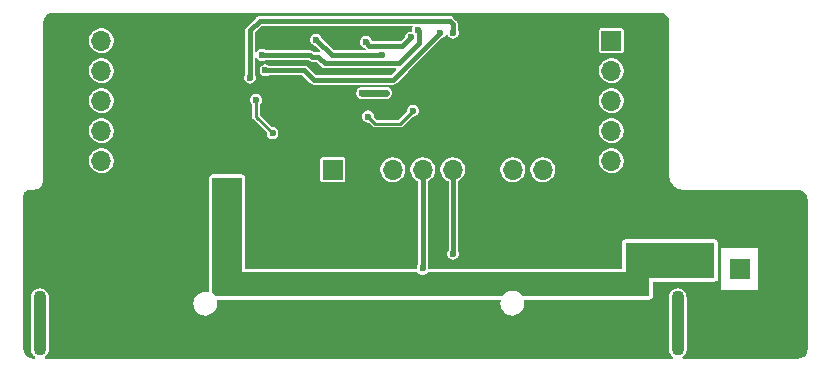
<source format=gbr>
%TF.GenerationSoftware,KiCad,Pcbnew,5.99.0-unknown-4354fa7bd~104~ubuntu20.04.1*%
%TF.CreationDate,2020-09-06T22:51:51+02:00*%
%TF.ProjectId,matrixctl,6d617472-6978-4637-946c-2e6b69636164,rev?*%
%TF.SameCoordinates,Original*%
%TF.FileFunction,Copper,L2,Bot*%
%TF.FilePolarity,Positive*%
%FSLAX46Y46*%
G04 Gerber Fmt 4.6, Leading zero omitted, Abs format (unit mm)*
G04 Created by KiCad (PCBNEW 5.99.0-unknown-4354fa7bd~104~ubuntu20.04.1) date 2020-09-06 22:51:51*
%MOMM*%
%LPD*%
G01*
G04 APERTURE LIST*
%TA.AperFunction,ComponentPad*%
%ADD10R,1.700000X1.700000*%
%TD*%
%TA.AperFunction,ComponentPad*%
%ADD11O,1.700000X1.700000*%
%TD*%
%TA.AperFunction,ComponentPad*%
%ADD12O,1.100000X5.500000*%
%TD*%
%TA.AperFunction,ComponentPad*%
%ADD13C,1.450000*%
%TD*%
%TA.AperFunction,ComponentPad*%
%ADD14O,1.200000X1.900000*%
%TD*%
%TA.AperFunction,ComponentPad*%
%ADD15C,0.600000*%
%TD*%
%TA.AperFunction,ViaPad*%
%ADD16C,0.600000*%
%TD*%
%TA.AperFunction,Conductor*%
%ADD17C,0.400000*%
%TD*%
%TA.AperFunction,Conductor*%
%ADD18C,0.250000*%
%TD*%
%TA.AperFunction,Conductor*%
%ADD19C,0.600000*%
%TD*%
G04 APERTURE END LIST*
D10*
%TO.P,J103,1,Pin_1*%
%TO.N,Net-(FB102-Pad2)*%
X121200000Y-117800000D03*
D11*
%TO.P,J103,2,Pin_2*%
%TO.N,GND*%
X123740000Y-117800000D03*
%TO.P,J103,3,Pin_3*%
%TO.N,/VIO*%
X126280000Y-117800000D03*
%TO.P,J103,4,Pin_4*%
%TO.N,/SDA*%
X128820000Y-117800000D03*
%TO.P,J103,5,Pin_5*%
%TO.N,/SCL*%
X131360000Y-117800000D03*
%TO.P,J103,6,Pin_6*%
%TO.N,GND*%
X133900000Y-117800000D03*
%TO.P,J103,7,Pin_7*%
%TO.N,/~INTB*%
X136440000Y-117800000D03*
%TO.P,J103,8,Pin_8*%
%TO.N,/~SDB*%
X138980000Y-117800000D03*
%TD*%
D10*
%TO.P,J1,1,Pin_1*%
%TO.N,Net-(F1-Pad2)*%
X155700000Y-126200000D03*
D11*
%TO.P,J1,2,Pin_2*%
%TO.N,GND*%
X158240000Y-126200000D03*
%TD*%
D12*
%TO.P,U2,41*%
%TO.N,N/C*%
X150400000Y-130810000D03*
%TO.P,U2,42*%
X96400000Y-130810000D03*
%TD*%
D13*
%TO.P,J104,6,Shield*%
%TO.N,GND*%
X154500000Y-129737500D03*
X159500000Y-129737500D03*
D14*
X153500000Y-132437500D03*
X160500000Y-132437500D03*
%TD*%
D15*
%TO.P,U101,29,PGND*%
%TO.N,GND*%
X131300000Y-110600000D03*
%TA.AperFunction,SMDPad,CuDef*%
G36*
G01*
X131550000Y-108600000D02*
X131550000Y-110600000D01*
G75*
G02*
X131300000Y-110850000I-250000J0D01*
G01*
X129300000Y-110850000D01*
G75*
G02*
X129050000Y-110600000I0J250000D01*
G01*
X129050000Y-108600000D01*
G75*
G02*
X129300000Y-108350000I250000J0D01*
G01*
X131300000Y-108350000D01*
G75*
G02*
X131550000Y-108600000I0J-250000D01*
G01*
G37*
%TD.AperFunction*%
X130300000Y-108600000D03*
X131300000Y-108600000D03*
X129300000Y-108600000D03*
X129300000Y-110600000D03*
X130300000Y-110600000D03*
X131300000Y-109600000D03*
X130300000Y-109600000D03*
X129300000Y-109600000D03*
%TD*%
D10*
%TO.P,J101,1,Pin_1*%
%TO.N,GND*%
X99060000Y-106875000D03*
D11*
%TO.P,J101,2,Pin_2*%
%TO.N,/CS5*%
X101600000Y-106875000D03*
%TO.P,J101,3,Pin_3*%
%TO.N,GND*%
X99060000Y-109415000D03*
%TO.P,J101,4,Pin_4*%
%TO.N,/CS4*%
X101600000Y-109415000D03*
%TO.P,J101,5,Pin_5*%
%TO.N,GND*%
X99060000Y-111955000D03*
%TO.P,J101,6,Pin_6*%
%TO.N,/CS3*%
X101600000Y-111955000D03*
%TO.P,J101,7,Pin_7*%
%TO.N,GND*%
X99060000Y-114495000D03*
%TO.P,J101,8,Pin_8*%
%TO.N,/CS2*%
X101600000Y-114495000D03*
%TO.P,J101,9,Pin_9*%
%TO.N,GND*%
X99060000Y-117035000D03*
%TO.P,J101,10,Pin_10*%
%TO.N,/CS1*%
X101600000Y-117035000D03*
%TD*%
D10*
%TO.P,J102,1,Pin_1*%
%TO.N,/SW5*%
X144780000Y-106875000D03*
D11*
%TO.P,J102,2,Pin_2*%
%TO.N,GND*%
X147320000Y-106875000D03*
%TO.P,J102,3,Pin_3*%
%TO.N,/SW4*%
X144780000Y-109415000D03*
%TO.P,J102,4,Pin_4*%
%TO.N,GND*%
X147320000Y-109415000D03*
%TO.P,J102,5,Pin_5*%
%TO.N,/SW3*%
X144780000Y-111955000D03*
%TO.P,J102,6,Pin_6*%
%TO.N,GND*%
X147320000Y-111955000D03*
%TO.P,J102,7,Pin_7*%
%TO.N,/SW2*%
X144780000Y-114495000D03*
%TO.P,J102,8,Pin_8*%
%TO.N,GND*%
X147320000Y-114495000D03*
%TO.P,J102,9,Pin_9*%
%TO.N,/SW1*%
X144780000Y-117035000D03*
%TO.P,J102,10,Pin_10*%
%TO.N,GND*%
X147320000Y-117035000D03*
%TD*%
D16*
%TO.N,GND*%
X98000000Y-130500000D03*
X104500000Y-107800000D03*
X142000000Y-118500000D03*
X122100000Y-111200000D03*
X120700000Y-129300000D03*
X116000000Y-113700000D03*
X109800000Y-112100000D03*
X98800000Y-124900000D03*
X114400000Y-120100000D03*
X117700000Y-106400000D03*
X113000000Y-117800000D03*
X106900000Y-129200000D03*
X151600000Y-127700000D03*
X126300000Y-106400000D03*
X111300000Y-117800000D03*
X110300000Y-120000000D03*
X117200000Y-117700000D03*
X103000000Y-113200000D03*
X143000000Y-108100000D03*
X110300000Y-127100000D03*
X104200000Y-129200000D03*
X115800000Y-129300000D03*
X113200000Y-106400000D03*
X142600000Y-115800000D03*
X137700000Y-116500000D03*
X133400000Y-133200000D03*
X120500000Y-106000000D03*
X108200000Y-116900000D03*
X108300000Y-119900000D03*
X143000000Y-110700000D03*
X123900000Y-106000000D03*
X140700000Y-109000000D03*
X126200000Y-116200000D03*
X111700000Y-110600000D03*
X106200000Y-115500000D03*
X124700000Y-133200000D03*
X139000000Y-129300000D03*
X115700000Y-111400000D03*
X95700000Y-120000000D03*
X117000000Y-133200000D03*
X143000000Y-113200000D03*
X120300000Y-114600000D03*
X140000000Y-113700000D03*
X95700000Y-122600000D03*
X160700000Y-120000000D03*
X158600000Y-122100000D03*
X143000000Y-105100000D03*
X104500000Y-104900000D03*
X148800000Y-133200000D03*
X132800000Y-111700000D03*
X139000000Y-125800000D03*
X125600000Y-112700000D03*
X137700000Y-118900000D03*
X98000000Y-133200000D03*
X103000000Y-108100000D03*
X158600000Y-120000000D03*
X132700000Y-120000000D03*
X109300000Y-109800000D03*
X158700000Y-124100000D03*
X110500000Y-116200000D03*
X104400000Y-124900000D03*
X160700000Y-127600000D03*
X101300000Y-129200000D03*
X95700000Y-127600000D03*
X130000000Y-125800000D03*
X144300000Y-129300000D03*
X118262500Y-113700000D03*
X124800000Y-109500000D03*
X135800000Y-120000000D03*
X103100000Y-110600000D03*
X119900000Y-119400000D03*
X102900000Y-115500000D03*
X112300000Y-129300000D03*
X115600000Y-106400000D03*
X137900000Y-111700000D03*
X103000000Y-133200000D03*
X153300000Y-127700000D03*
X106400000Y-126500000D03*
X140700000Y-120000000D03*
X144300000Y-125800000D03*
X106200000Y-118400000D03*
X106000000Y-106500000D03*
X134400000Y-125600000D03*
X99900000Y-119900000D03*
X119500000Y-109000000D03*
X150300000Y-122500000D03*
X136400000Y-113100000D03*
X127900000Y-120000000D03*
X101700000Y-124900000D03*
X108200000Y-108100000D03*
X148800000Y-131100000D03*
X132700000Y-105200000D03*
X111700000Y-114300000D03*
X144900000Y-120000000D03*
X109400000Y-106400000D03*
X141500000Y-133200000D03*
X95700000Y-125300000D03*
X160700000Y-124100000D03*
X132700000Y-107100000D03*
X149000000Y-120000000D03*
X139300000Y-110300000D03*
X114000000Y-113700000D03*
X134400000Y-129300000D03*
X110000000Y-133200000D03*
X113200000Y-107900000D03*
X98000000Y-127600000D03*
X104200000Y-119900000D03*
X148800000Y-127700000D03*
X105200000Y-110600000D03*
X102900000Y-118400000D03*
X105500000Y-113200000D03*
X121500000Y-115900000D03*
X152500000Y-120000000D03*
X128300000Y-129300000D03*
X125600000Y-120000000D03*
%TO.N,/CS1*%
X114200000Y-110000000D03*
X131400000Y-106200000D03*
%TO.N,/CS2*%
X115500000Y-109400000D03*
X130300000Y-106200000D03*
%TO.N,/CS3*%
X115200000Y-108100000D03*
X128400000Y-106000000D03*
%TO.N,/CS4*%
X124000000Y-107000000D03*
X127800000Y-106600000D03*
%TO.N,/CS5*%
X119800000Y-106800000D03*
X125400000Y-108099999D03*
%TO.N,/SCL*%
X131400000Y-124900000D03*
%TO.N,/SDA*%
X128800000Y-126100000D03*
%TO.N,Net-(TP101-Pad1)*%
X124200000Y-113300000D03*
X128000000Y-112800000D03*
%TO.N,VBUS*%
X153000000Y-124500000D03*
X112900000Y-119100000D03*
X153000000Y-125500000D03*
X111600000Y-119100000D03*
X114700000Y-111900000D03*
X116100000Y-114700000D03*
%TO.N,+2V8*%
X125700000Y-111300000D03*
X123700000Y-111300000D03*
%TD*%
D17*
%TO.N,/CS1*%
X115000000Y-105200000D02*
X114200000Y-106000000D01*
X114200000Y-106000000D02*
X114200000Y-110000000D01*
X131100000Y-105200000D02*
X115000000Y-105200000D01*
X131400000Y-106200000D02*
X131400000Y-105500000D01*
X131400000Y-105500000D02*
X131100000Y-105200000D01*
%TO.N,/CS2*%
X118799998Y-109400000D02*
X119599999Y-110200001D01*
X130300000Y-106200000D02*
X126299999Y-110200001D01*
X126299999Y-110200001D02*
X119599999Y-110200001D01*
X115500000Y-109400000D02*
X118799998Y-109400000D01*
%TO.N,/CS3*%
X126800001Y-108799999D02*
X128500001Y-107099999D01*
X119450000Y-108250000D02*
X119300000Y-108100000D01*
X119950000Y-108250000D02*
X119450000Y-108250000D01*
X120050000Y-108350000D02*
X119950000Y-108250000D01*
X128500001Y-106100001D02*
X128400000Y-106000000D01*
X120499999Y-108799999D02*
X120050000Y-108350000D01*
X128500001Y-107099999D02*
X128500001Y-106100001D01*
X121400001Y-108799999D02*
X120499999Y-108799999D01*
X119300000Y-108100000D02*
X115200000Y-108100000D01*
X121400001Y-108799999D02*
X126800001Y-108799999D01*
%TO.N,/CS4*%
X124299999Y-107299999D02*
X127100001Y-107299999D01*
X127100001Y-107299999D02*
X127800000Y-106600000D01*
X124000000Y-107000000D02*
X124299999Y-107299999D01*
%TO.N,/CS5*%
X121099999Y-108099999D02*
X119800000Y-106800000D01*
X125400000Y-108099999D02*
X121099999Y-108099999D01*
%TO.N,/SCL*%
X131400000Y-124900000D02*
X131400000Y-117840000D01*
X131400000Y-117840000D02*
X131360000Y-117800000D01*
%TO.N,/SDA*%
X128820000Y-126080000D02*
X128800000Y-126100000D01*
X128820000Y-117800000D02*
X128820000Y-126080000D01*
D18*
%TO.N,Net-(TP101-Pad1)*%
X128000000Y-112800000D02*
X126900000Y-113900000D01*
X124800000Y-113900000D02*
X124200000Y-113300000D01*
X126900000Y-113900000D02*
X124800000Y-113900000D01*
%TO.N,VBUS*%
X114700000Y-113300000D02*
X116100000Y-114700000D01*
X114700000Y-111900000D02*
X114700000Y-113300000D01*
D19*
%TO.N,+2V8*%
X123700000Y-111300000D02*
X125700000Y-111300000D01*
%TD*%
%TA.AperFunction,Conductor*%
%TO.N,VBUS*%
G36*
X113500000Y-126500000D02*
G01*
X128328923Y-126500000D01*
X128523981Y-126641719D01*
X128704890Y-126700500D01*
X128895110Y-126700500D01*
X129076019Y-126641719D01*
X129271077Y-126500000D01*
X146000000Y-126500000D01*
X146000000Y-124000000D01*
X153500000Y-124000000D01*
X153500000Y-127000000D01*
X148000000Y-127000000D01*
X148000000Y-128500000D01*
X137300000Y-128500000D01*
X137124220Y-128315412D01*
X136953334Y-128193520D01*
X136814395Y-128129910D01*
X136762488Y-128106145D01*
X136558560Y-128056432D01*
X136348910Y-128046179D01*
X136348908Y-128046179D01*
X136279942Y-128055995D01*
X136141105Y-128075754D01*
X136141102Y-128075755D01*
X135942644Y-128144089D01*
X135942641Y-128144091D01*
X135942640Y-128144091D01*
X135760679Y-128248723D01*
X135760677Y-128248725D01*
X135601787Y-128385875D01*
X135511656Y-128500000D01*
X111300000Y-128500000D01*
X111124217Y-128315409D01*
X111000000Y-128226806D01*
X111000000Y-118500000D01*
X113500000Y-118500000D01*
X113500000Y-126500000D01*
G37*
%TD.AperFunction*%
%TD*%
%TA.AperFunction,Conductor*%
%TO.N,GND*%
G36*
X148871619Y-104502109D02*
G01*
X148878860Y-104504567D01*
X148879217Y-104504603D01*
X148985648Y-104515414D01*
X149059510Y-104522917D01*
X149212508Y-104570863D01*
X149352739Y-104648594D01*
X149369734Y-104663160D01*
X149474472Y-104752931D01*
X149533470Y-104828991D01*
X149572744Y-104879623D01*
X149643533Y-105023488D01*
X149684586Y-105181089D01*
X149694950Y-105315778D01*
X149699501Y-105330436D01*
X149699500Y-118284977D01*
X149694923Y-118315420D01*
X149694950Y-118315778D01*
X149694956Y-118315852D01*
X149694955Y-118315852D01*
X149702886Y-118418911D01*
X149706722Y-118468764D01*
X149712140Y-118486212D01*
X149712666Y-118504478D01*
X149712757Y-118504825D01*
X149763703Y-118700411D01*
X149773274Y-118718836D01*
X149776447Y-118732311D01*
X149778033Y-118739049D01*
X149778188Y-118739364D01*
X149867426Y-118920719D01*
X149880504Y-118936839D01*
X149889232Y-118955685D01*
X149889431Y-118955942D01*
X150013325Y-119115666D01*
X150029383Y-119128833D01*
X150041717Y-119145531D01*
X150041720Y-119145535D01*
X150041993Y-119145769D01*
X150195451Y-119277298D01*
X150195453Y-119277299D01*
X150213825Y-119286966D01*
X150229268Y-119300846D01*
X150229582Y-119301020D01*
X150406354Y-119399006D01*
X150426298Y-119404781D01*
X150444219Y-119415275D01*
X150444581Y-119415388D01*
X150622569Y-119471165D01*
X150637423Y-119475820D01*
X150658118Y-119477467D01*
X150677782Y-119484142D01*
X150678139Y-119484178D01*
X150816159Y-119498198D01*
X150879215Y-119504603D01*
X150879217Y-119504603D01*
X150892488Y-119502962D01*
X150912398Y-119500500D01*
X160566878Y-119500500D01*
X160573035Y-119502590D01*
X160578860Y-119504567D01*
X160579217Y-119504603D01*
X160702969Y-119517173D01*
X160759510Y-119522917D01*
X160912508Y-119570863D01*
X161052739Y-119648594D01*
X161069734Y-119663160D01*
X161174472Y-119752931D01*
X161257527Y-119860005D01*
X161272744Y-119879623D01*
X161343533Y-120023488D01*
X161384586Y-120181089D01*
X161394950Y-120315778D01*
X161399501Y-120330436D01*
X161399500Y-132966878D01*
X161395433Y-132978859D01*
X161395402Y-132979166D01*
X161377083Y-133159510D01*
X161357544Y-133221861D01*
X161329137Y-133312507D01*
X161251402Y-133452744D01*
X161229064Y-133478807D01*
X161147067Y-133574475D01*
X161087451Y-133620717D01*
X161020375Y-133672745D01*
X160876515Y-133743532D01*
X160718911Y-133784586D01*
X160584224Y-133794949D01*
X160569569Y-133799500D01*
X150897958Y-133799500D01*
X150839767Y-133780593D01*
X150803803Y-133731093D01*
X150803803Y-133669907D01*
X150846082Y-133616180D01*
X150864666Y-133604747D01*
X150984885Y-133487021D01*
X151076034Y-133345586D01*
X151133583Y-133187472D01*
X151150000Y-133049793D01*
X151150000Y-128567698D01*
X151142407Y-128500002D01*
X151135989Y-128442786D01*
X151084777Y-128295726D01*
X151080654Y-128283885D01*
X150991489Y-128141192D01*
X150872926Y-128021799D01*
X150862611Y-128015253D01*
X150730861Y-127931641D01*
X150572347Y-127875196D01*
X150405269Y-127855273D01*
X150237931Y-127872861D01*
X150237928Y-127872862D01*
X150078648Y-127927084D01*
X149999004Y-127976083D01*
X149935334Y-128015253D01*
X149815116Y-128132979D01*
X149815114Y-128132981D01*
X149775377Y-128194642D01*
X149723967Y-128274414D01*
X149666418Y-128432528D01*
X149650001Y-128570207D01*
X149650001Y-128570210D01*
X149650000Y-133052301D01*
X149664011Y-133177213D01*
X149686531Y-133241882D01*
X149719346Y-133336114D01*
X149808511Y-133478807D01*
X149927074Y-133598201D01*
X149927077Y-133598203D01*
X149956557Y-133616912D01*
X149995558Y-133664056D01*
X149999400Y-133725121D01*
X149966615Y-133776781D01*
X149903510Y-133799500D01*
X96897958Y-133799500D01*
X96839767Y-133780593D01*
X96803803Y-133731093D01*
X96803803Y-133669907D01*
X96846082Y-133616180D01*
X96864666Y-133604747D01*
X96984885Y-133487021D01*
X97076034Y-133345586D01*
X97133583Y-133187472D01*
X97150000Y-133049793D01*
X97150000Y-129146491D01*
X109394849Y-129146491D01*
X109394849Y-129146496D01*
X109414673Y-129348673D01*
X109474749Y-129542748D01*
X109572619Y-129720772D01*
X109704287Y-129875483D01*
X109864376Y-130000557D01*
X110046340Y-130090886D01*
X110046344Y-130090887D01*
X110242759Y-130142782D01*
X110445597Y-130154122D01*
X110445599Y-130154122D01*
X110546085Y-130139283D01*
X110646572Y-130124445D01*
X110837476Y-130054962D01*
X111010508Y-129948511D01*
X111019534Y-129940035D01*
X111158603Y-129809442D01*
X111275706Y-129643437D01*
X111357040Y-129457273D01*
X111399279Y-129258553D01*
X111400011Y-129048426D01*
X111400011Y-129048423D01*
X111359161Y-128849417D01*
X111359161Y-128849416D01*
X111349017Y-128800000D01*
X135461906Y-128800000D01*
X135428352Y-128905778D01*
X135416085Y-128944449D01*
X135394849Y-129146491D01*
X135394849Y-129146496D01*
X135414673Y-129348673D01*
X135474749Y-129542748D01*
X135572619Y-129720772D01*
X135704287Y-129875483D01*
X135864376Y-130000557D01*
X136046340Y-130090886D01*
X136046344Y-130090887D01*
X136242759Y-130142782D01*
X136445597Y-130154122D01*
X136445599Y-130154122D01*
X136546085Y-130139283D01*
X136646572Y-130124445D01*
X136837476Y-130054962D01*
X137010508Y-129948511D01*
X137019534Y-129940035D01*
X137158603Y-129809442D01*
X137275706Y-129643437D01*
X137357040Y-129457273D01*
X137399279Y-129258553D01*
X137400011Y-129048426D01*
X137400011Y-129048423D01*
X137359161Y-128849417D01*
X137359161Y-128849416D01*
X137349017Y-128800000D01*
X148000002Y-128800000D01*
X148133720Y-128768550D01*
X148133721Y-128768549D01*
X148133722Y-128768549D01*
X148221703Y-128702109D01*
X148279742Y-128608372D01*
X148286877Y-128570207D01*
X148300000Y-128500002D01*
X148300000Y-127300000D01*
X153500002Y-127300000D01*
X153633720Y-127268550D01*
X153633721Y-127268549D01*
X153633722Y-127268549D01*
X153721703Y-127202109D01*
X153779742Y-127108372D01*
X153800000Y-127000000D01*
X153800000Y-124400000D01*
X154100000Y-124400000D01*
X154100000Y-128000000D01*
X157200000Y-128000000D01*
X157200000Y-124400000D01*
X154100000Y-124400000D01*
X153800000Y-124400000D01*
X153800000Y-124000000D01*
X153774512Y-123891631D01*
X153768550Y-123866280D01*
X153768549Y-123866279D01*
X153768549Y-123866278D01*
X153702109Y-123778297D01*
X153608372Y-123720258D01*
X153608370Y-123720258D01*
X153608369Y-123720257D01*
X153500002Y-123700000D01*
X145999998Y-123700000D01*
X145866280Y-123731450D01*
X145866279Y-123731451D01*
X145866278Y-123731451D01*
X145778297Y-123797891D01*
X145720258Y-123891628D01*
X145720258Y-123891630D01*
X145720257Y-123891631D01*
X145700000Y-123999998D01*
X145700000Y-126200000D01*
X129300500Y-126200000D01*
X129300500Y-126011746D01*
X129240133Y-125845891D01*
X129220500Y-125822493D01*
X129220500Y-118770923D01*
X129295715Y-118741748D01*
X129469572Y-118631414D01*
X129618690Y-118489411D01*
X129737387Y-118321149D01*
X129791325Y-118200000D01*
X129821140Y-118133035D01*
X129866760Y-117932237D01*
X129867373Y-117888287D01*
X130308620Y-117888287D01*
X130345792Y-118090819D01*
X130421595Y-118282275D01*
X130443186Y-118315778D01*
X130533140Y-118455360D01*
X130648958Y-118575293D01*
X130676182Y-118603484D01*
X130845269Y-118721003D01*
X130845271Y-118721004D01*
X130892755Y-118741749D01*
X130999501Y-118788385D01*
X130999500Y-124598658D01*
X130959868Y-124645890D01*
X130959867Y-124645891D01*
X130959867Y-124645892D01*
X130899500Y-124811746D01*
X130899500Y-124988254D01*
X130959867Y-125154108D01*
X130959868Y-125154110D01*
X131073322Y-125289320D01*
X131073324Y-125289322D01*
X131226177Y-125377572D01*
X131400000Y-125408221D01*
X131573823Y-125377572D01*
X131726676Y-125289322D01*
X131726678Y-125289320D01*
X131840132Y-125154110D01*
X131840133Y-125154108D01*
X131900500Y-124988254D01*
X131900500Y-124811746D01*
X131840133Y-124645892D01*
X131840133Y-124645891D01*
X131840132Y-124645890D01*
X131800500Y-124598658D01*
X131800500Y-118764095D01*
X131835714Y-118741748D01*
X132009572Y-118631414D01*
X132158690Y-118489411D01*
X132182710Y-118455361D01*
X132277387Y-118321149D01*
X132331325Y-118200000D01*
X132361140Y-118133035D01*
X132406760Y-117932237D01*
X132407373Y-117888287D01*
X135388620Y-117888287D01*
X135425792Y-118090819D01*
X135501595Y-118282275D01*
X135523186Y-118315778D01*
X135613140Y-118455360D01*
X135728958Y-118575293D01*
X135756182Y-118603484D01*
X135925269Y-118721003D01*
X135925271Y-118721004D01*
X136113959Y-118803440D01*
X136113960Y-118803440D01*
X136113962Y-118803441D01*
X136315074Y-118847658D01*
X136330691Y-118847985D01*
X136520944Y-118851971D01*
X136723732Y-118816214D01*
X136915713Y-118741749D01*
X137089572Y-118631414D01*
X137238690Y-118489411D01*
X137357387Y-118321149D01*
X137411325Y-118200000D01*
X137441140Y-118133035D01*
X137486760Y-117932237D01*
X137487373Y-117888287D01*
X137928620Y-117888287D01*
X137965792Y-118090819D01*
X138041595Y-118282275D01*
X138063186Y-118315778D01*
X138153140Y-118455360D01*
X138268958Y-118575293D01*
X138296182Y-118603484D01*
X138465269Y-118721003D01*
X138465271Y-118721004D01*
X138653959Y-118803440D01*
X138653960Y-118803440D01*
X138653962Y-118803441D01*
X138855074Y-118847658D01*
X138870691Y-118847985D01*
X139060944Y-118851971D01*
X139263732Y-118816214D01*
X139455713Y-118741749D01*
X139629572Y-118631414D01*
X139778690Y-118489411D01*
X139897387Y-118321149D01*
X139951325Y-118200000D01*
X139981140Y-118133035D01*
X140026760Y-117932237D01*
X140027374Y-117888282D01*
X140030046Y-117697045D01*
X139994450Y-117517275D01*
X139990049Y-117495048D01*
X139911580Y-117304670D01*
X139797628Y-117133159D01*
X139787825Y-117123287D01*
X143728620Y-117123287D01*
X143765792Y-117325819D01*
X143841595Y-117517275D01*
X143841596Y-117517276D01*
X143948005Y-117682391D01*
X143953141Y-117690361D01*
X144096182Y-117838484D01*
X144265269Y-117956003D01*
X144265271Y-117956004D01*
X144453959Y-118038440D01*
X144453960Y-118038440D01*
X144453962Y-118038441D01*
X144655074Y-118082658D01*
X144670691Y-118082985D01*
X144860944Y-118086971D01*
X145063732Y-118051214D01*
X145255713Y-117976749D01*
X145429572Y-117866414D01*
X145578690Y-117724411D01*
X145697387Y-117556149D01*
X145734676Y-117472396D01*
X145781140Y-117368035D01*
X145826760Y-117167237D01*
X145827374Y-117123282D01*
X145830046Y-116932045D01*
X145805050Y-116805808D01*
X145790049Y-116730048D01*
X145711580Y-116539670D01*
X145597628Y-116368159D01*
X145452533Y-116222047D01*
X145409123Y-116192766D01*
X145281825Y-116106901D01*
X145236844Y-116087993D01*
X145091996Y-116027105D01*
X144991141Y-116006403D01*
X144890288Y-115985700D01*
X144887528Y-115985681D01*
X144684375Y-115984262D01*
X144482107Y-116022847D01*
X144291186Y-116099984D01*
X144118883Y-116212736D01*
X143971762Y-116356808D01*
X143855426Y-116526711D01*
X143774308Y-116715976D01*
X143774307Y-116715981D01*
X143731494Y-116917390D01*
X143730652Y-116977736D01*
X143728620Y-117123287D01*
X139787825Y-117123287D01*
X139652533Y-116987047D01*
X139570990Y-116932045D01*
X139481825Y-116871901D01*
X139436844Y-116852993D01*
X139291996Y-116792105D01*
X139191141Y-116771402D01*
X139090288Y-116750700D01*
X139087528Y-116750681D01*
X138884375Y-116749262D01*
X138682107Y-116787847D01*
X138491186Y-116864984D01*
X138318883Y-116977736D01*
X138171762Y-117121808D01*
X138055426Y-117291711D01*
X137974308Y-117480976D01*
X137974307Y-117480981D01*
X137931494Y-117682390D01*
X137929315Y-117838483D01*
X137928620Y-117888287D01*
X137487373Y-117888287D01*
X137487374Y-117888282D01*
X137490046Y-117697045D01*
X137454450Y-117517275D01*
X137450049Y-117495048D01*
X137371580Y-117304670D01*
X137257628Y-117133159D01*
X137112533Y-116987047D01*
X137030990Y-116932045D01*
X136941825Y-116871901D01*
X136896844Y-116852993D01*
X136751996Y-116792105D01*
X136651141Y-116771402D01*
X136550288Y-116750700D01*
X136547528Y-116750681D01*
X136344375Y-116749262D01*
X136142107Y-116787847D01*
X135951186Y-116864984D01*
X135778883Y-116977736D01*
X135631762Y-117121808D01*
X135515426Y-117291711D01*
X135434308Y-117480976D01*
X135434307Y-117480981D01*
X135391494Y-117682390D01*
X135389315Y-117838483D01*
X135388620Y-117888287D01*
X132407373Y-117888287D01*
X132407374Y-117888282D01*
X132410046Y-117697045D01*
X132374450Y-117517275D01*
X132370049Y-117495048D01*
X132291580Y-117304670D01*
X132177628Y-117133159D01*
X132032533Y-116987047D01*
X131950990Y-116932045D01*
X131861825Y-116871901D01*
X131816844Y-116852993D01*
X131671996Y-116792105D01*
X131571141Y-116771402D01*
X131470288Y-116750700D01*
X131467528Y-116750681D01*
X131264375Y-116749262D01*
X131062107Y-116787847D01*
X130871186Y-116864984D01*
X130698883Y-116977736D01*
X130551762Y-117121808D01*
X130435426Y-117291711D01*
X130354308Y-117480976D01*
X130354307Y-117480981D01*
X130311494Y-117682390D01*
X130309315Y-117838483D01*
X130308620Y-117888287D01*
X129867373Y-117888287D01*
X129867374Y-117888282D01*
X129870046Y-117697045D01*
X129834450Y-117517275D01*
X129830049Y-117495048D01*
X129751580Y-117304670D01*
X129637628Y-117133159D01*
X129492533Y-116987047D01*
X129410990Y-116932045D01*
X129321825Y-116871901D01*
X129276844Y-116852993D01*
X129131996Y-116792105D01*
X129031141Y-116771402D01*
X128930288Y-116750700D01*
X128927528Y-116750681D01*
X128724375Y-116749262D01*
X128522107Y-116787847D01*
X128331186Y-116864984D01*
X128158883Y-116977736D01*
X128011762Y-117121808D01*
X127895426Y-117291711D01*
X127814308Y-117480976D01*
X127814307Y-117480981D01*
X127771494Y-117682390D01*
X127769315Y-117838483D01*
X127768620Y-117888287D01*
X127805792Y-118090819D01*
X127881595Y-118282275D01*
X127903186Y-118315778D01*
X127993140Y-118455360D01*
X128108958Y-118575293D01*
X128136182Y-118603484D01*
X128305269Y-118721003D01*
X128305271Y-118721004D01*
X128419500Y-118770909D01*
X128419501Y-125774822D01*
X128359867Y-125845890D01*
X128299500Y-126011746D01*
X128299500Y-126200000D01*
X113800000Y-126200000D01*
X113800000Y-118499998D01*
X113768550Y-118366280D01*
X113768549Y-118366279D01*
X113768549Y-118366278D01*
X113702109Y-118278297D01*
X113608372Y-118220258D01*
X113608370Y-118220258D01*
X113608369Y-118220257D01*
X113500002Y-118200000D01*
X110999998Y-118200000D01*
X110866280Y-118231450D01*
X110866279Y-118231451D01*
X110866278Y-118231451D01*
X110778297Y-118297891D01*
X110720258Y-118391628D01*
X110720258Y-118391630D01*
X110720257Y-118391631D01*
X110708344Y-118455361D01*
X110700000Y-118500000D01*
X110700000Y-128184519D01*
X110653370Y-128177300D01*
X110653369Y-128177300D01*
X110452606Y-128146221D01*
X110249694Y-128156145D01*
X110052921Y-128206667D01*
X109870327Y-128295724D01*
X109709369Y-128419678D01*
X109576624Y-128573466D01*
X109477513Y-128750804D01*
X109416085Y-128944449D01*
X109394849Y-129146491D01*
X97150000Y-129146491D01*
X97150000Y-128567698D01*
X97142407Y-128500002D01*
X97135989Y-128442786D01*
X97084777Y-128295726D01*
X97080654Y-128283885D01*
X96991489Y-128141192D01*
X96872926Y-128021799D01*
X96862611Y-128015253D01*
X96730861Y-127931641D01*
X96572347Y-127875196D01*
X96405269Y-127855273D01*
X96237931Y-127872861D01*
X96237928Y-127872862D01*
X96078648Y-127927084D01*
X95999004Y-127976083D01*
X95935334Y-128015253D01*
X95815116Y-128132979D01*
X95815114Y-128132981D01*
X95775377Y-128194642D01*
X95723967Y-128274414D01*
X95666418Y-128432528D01*
X95650001Y-128570207D01*
X95650001Y-128570210D01*
X95650000Y-133052301D01*
X95664011Y-133177213D01*
X95686531Y-133241882D01*
X95719346Y-133336114D01*
X95808511Y-133478807D01*
X95927074Y-133598201D01*
X95927077Y-133598203D01*
X95956557Y-133616912D01*
X95995558Y-133664056D01*
X95999400Y-133725121D01*
X95966615Y-133776781D01*
X95903510Y-133799500D01*
X95833122Y-133799500D01*
X95821141Y-133795433D01*
X95820834Y-133795402D01*
X95640490Y-133777083D01*
X95544937Y-133747139D01*
X95487493Y-133729137D01*
X95443135Y-133704549D01*
X95347256Y-133651402D01*
X95292822Y-133604747D01*
X95225525Y-133547067D01*
X95127255Y-133420375D01*
X95056468Y-133276515D01*
X95015414Y-133118911D01*
X95005051Y-132984224D01*
X95000500Y-132969569D01*
X95000500Y-120035099D01*
X95004123Y-120025063D01*
X95004124Y-120025061D01*
X95004165Y-120024718D01*
X95021382Y-119882443D01*
X95063240Y-119771668D01*
X95090561Y-119731916D01*
X95130313Y-119674076D01*
X95218729Y-119595301D01*
X95323379Y-119539892D01*
X95395867Y-119521684D01*
X95444038Y-119509584D01*
X95512913Y-119505250D01*
X95529002Y-119500500D01*
X95783567Y-119500500D01*
X95790683Y-119501672D01*
X95812556Y-119505273D01*
X95812914Y-119505250D01*
X95900646Y-119499730D01*
X95918680Y-119494405D01*
X95937486Y-119494028D01*
X95937834Y-119493940D01*
X96100958Y-119452966D01*
X96122943Y-119441788D01*
X96129305Y-119440089D01*
X96146773Y-119435426D01*
X96147072Y-119435267D01*
X96206841Y-119403621D01*
X96295732Y-119356555D01*
X96295734Y-119356554D01*
X96314411Y-119340461D01*
X96336037Y-119328595D01*
X96336039Y-119328594D01*
X96336307Y-119328355D01*
X96461886Y-119216469D01*
X96476190Y-119196379D01*
X96494361Y-119179699D01*
X96494564Y-119179403D01*
X96576554Y-119060109D01*
X96589829Y-119040794D01*
X96589830Y-119040792D01*
X96598930Y-119017866D01*
X96612596Y-118997336D01*
X96612723Y-118997001D01*
X96672174Y-118839666D01*
X96675543Y-118815234D01*
X96679801Y-118803440D01*
X96683918Y-118792033D01*
X96683959Y-118791691D01*
X96704166Y-118624707D01*
X96700500Y-118589527D01*
X96700500Y-117123287D01*
X100548620Y-117123287D01*
X100585792Y-117325819D01*
X100661595Y-117517275D01*
X100661596Y-117517276D01*
X100768005Y-117682391D01*
X100773141Y-117690361D01*
X100916182Y-117838484D01*
X101085269Y-117956003D01*
X101085271Y-117956004D01*
X101273959Y-118038440D01*
X101273960Y-118038440D01*
X101273962Y-118038441D01*
X101475074Y-118082658D01*
X101490691Y-118082985D01*
X101680944Y-118086971D01*
X101883732Y-118051214D01*
X102075713Y-117976749D01*
X102249572Y-117866414D01*
X102398690Y-117724411D01*
X102517387Y-117556149D01*
X102554676Y-117472396D01*
X102601140Y-117368035D01*
X102646760Y-117167237D01*
X102647374Y-117123282D01*
X102649795Y-116950001D01*
X120146082Y-116950001D01*
X120146082Y-118649999D01*
X120161604Y-118728037D01*
X120205808Y-118794192D01*
X120271963Y-118838396D01*
X120310982Y-118846157D01*
X120350000Y-118853918D01*
X122050000Y-118853918D01*
X122089018Y-118846157D01*
X122128037Y-118838396D01*
X122194192Y-118794192D01*
X122238396Y-118728037D01*
X122253918Y-118649999D01*
X122253918Y-117888287D01*
X125228620Y-117888287D01*
X125265792Y-118090819D01*
X125341595Y-118282275D01*
X125363186Y-118315778D01*
X125453140Y-118455360D01*
X125568958Y-118575293D01*
X125596182Y-118603484D01*
X125765269Y-118721003D01*
X125765271Y-118721004D01*
X125953959Y-118803440D01*
X125953960Y-118803440D01*
X125953962Y-118803441D01*
X126155074Y-118847658D01*
X126170691Y-118847985D01*
X126360944Y-118851971D01*
X126563732Y-118816214D01*
X126755713Y-118741749D01*
X126929572Y-118631414D01*
X127078690Y-118489411D01*
X127197387Y-118321149D01*
X127251325Y-118200000D01*
X127281140Y-118133035D01*
X127326760Y-117932237D01*
X127327374Y-117888282D01*
X127330046Y-117697045D01*
X127294450Y-117517275D01*
X127290049Y-117495048D01*
X127211580Y-117304670D01*
X127097628Y-117133159D01*
X126952533Y-116987047D01*
X126870990Y-116932045D01*
X126781825Y-116871901D01*
X126736844Y-116852993D01*
X126591996Y-116792105D01*
X126491141Y-116771402D01*
X126390288Y-116750700D01*
X126387528Y-116750681D01*
X126184375Y-116749262D01*
X125982107Y-116787847D01*
X125791186Y-116864984D01*
X125618883Y-116977736D01*
X125471762Y-117121808D01*
X125355426Y-117291711D01*
X125274308Y-117480976D01*
X125274307Y-117480981D01*
X125231494Y-117682390D01*
X125229315Y-117838483D01*
X125228620Y-117888287D01*
X122253918Y-117888287D01*
X122253918Y-116950001D01*
X122250347Y-116932045D01*
X122238396Y-116871964D01*
X122238396Y-116871963D01*
X122194192Y-116805808D01*
X122128037Y-116761604D01*
X122089018Y-116753843D01*
X122050000Y-116746082D01*
X120350000Y-116746082D01*
X120310982Y-116753843D01*
X120271963Y-116761604D01*
X120205808Y-116805808D01*
X120161604Y-116871963D01*
X120161604Y-116871964D01*
X120149654Y-116932045D01*
X120146082Y-116950001D01*
X102649795Y-116950001D01*
X102650046Y-116932045D01*
X102625050Y-116805808D01*
X102610049Y-116730048D01*
X102531580Y-116539670D01*
X102417628Y-116368159D01*
X102272533Y-116222047D01*
X102229123Y-116192766D01*
X102101825Y-116106901D01*
X102056844Y-116087993D01*
X101911996Y-116027105D01*
X101811141Y-116006403D01*
X101710288Y-115985700D01*
X101707528Y-115985681D01*
X101504375Y-115984262D01*
X101302107Y-116022847D01*
X101111186Y-116099984D01*
X100938883Y-116212736D01*
X100791762Y-116356808D01*
X100675426Y-116526711D01*
X100594308Y-116715976D01*
X100594307Y-116715981D01*
X100551494Y-116917390D01*
X100550652Y-116977736D01*
X100548620Y-117123287D01*
X96700500Y-117123287D01*
X96700500Y-114583287D01*
X100548620Y-114583287D01*
X100585792Y-114785819D01*
X100661595Y-114977275D01*
X100773141Y-115150361D01*
X100916182Y-115298484D01*
X101085269Y-115416003D01*
X101085271Y-115416004D01*
X101273959Y-115498440D01*
X101273960Y-115498440D01*
X101273962Y-115498441D01*
X101475074Y-115542658D01*
X101490691Y-115542985D01*
X101680944Y-115546971D01*
X101883732Y-115511214D01*
X102075713Y-115436749D01*
X102249572Y-115326414D01*
X102398690Y-115184411D01*
X102517387Y-115016149D01*
X102554676Y-114932396D01*
X102601140Y-114828035D01*
X102646760Y-114627237D01*
X102647374Y-114583282D01*
X102650046Y-114392045D01*
X102618331Y-114231876D01*
X102610049Y-114190048D01*
X102531580Y-113999670D01*
X102417628Y-113828159D01*
X102272533Y-113682047D01*
X102229123Y-113652766D01*
X102101825Y-113566901D01*
X102025154Y-113534672D01*
X101911996Y-113487105D01*
X101811141Y-113466402D01*
X101710288Y-113445700D01*
X101707528Y-113445681D01*
X101504375Y-113444262D01*
X101302107Y-113482847D01*
X101111186Y-113559984D01*
X100938883Y-113672736D01*
X100791762Y-113816808D01*
X100675426Y-113986711D01*
X100594308Y-114175976D01*
X100594307Y-114175981D01*
X100551494Y-114377390D01*
X100550538Y-114445892D01*
X100548620Y-114583287D01*
X96700500Y-114583287D01*
X96700500Y-112043287D01*
X100548620Y-112043287D01*
X100585792Y-112245819D01*
X100661595Y-112437275D01*
X100773141Y-112610361D01*
X100916182Y-112758484D01*
X101085269Y-112876003D01*
X101085271Y-112876004D01*
X101273959Y-112958440D01*
X101273960Y-112958440D01*
X101273962Y-112958441D01*
X101475074Y-113002658D01*
X101490691Y-113002985D01*
X101680944Y-113006971D01*
X101883732Y-112971214D01*
X102075713Y-112896749D01*
X102249572Y-112786414D01*
X102398690Y-112644411D01*
X102517387Y-112476149D01*
X102600265Y-112290000D01*
X102601140Y-112288035D01*
X102646760Y-112087237D01*
X102648143Y-111988252D01*
X102650046Y-111852045D01*
X102642067Y-111811746D01*
X114199500Y-111811746D01*
X114199500Y-111988254D01*
X114259867Y-112154110D01*
X114325369Y-112232171D01*
X114373322Y-112289320D01*
X114373323Y-112289321D01*
X114374500Y-112290723D01*
X114374501Y-113267943D01*
X114368124Y-113300000D01*
X114385680Y-113388254D01*
X114393388Y-113427003D01*
X114465329Y-113534672D01*
X114492503Y-113552829D01*
X115599500Y-114659827D01*
X115599500Y-114788254D01*
X115613980Y-114828036D01*
X115659868Y-114954110D01*
X115711924Y-115016148D01*
X115773324Y-115089322D01*
X115926177Y-115177572D01*
X116100000Y-115208221D01*
X116273823Y-115177572D01*
X116426676Y-115089322D01*
X116488076Y-115016148D01*
X116540132Y-114954110D01*
X116586020Y-114828036D01*
X116600500Y-114788254D01*
X116600500Y-114611746D01*
X116590142Y-114583287D01*
X143728620Y-114583287D01*
X143765792Y-114785819D01*
X143841595Y-114977275D01*
X143953141Y-115150361D01*
X144096182Y-115298484D01*
X144265269Y-115416003D01*
X144265271Y-115416004D01*
X144453959Y-115498440D01*
X144453960Y-115498440D01*
X144453962Y-115498441D01*
X144655074Y-115542658D01*
X144670691Y-115542985D01*
X144860944Y-115546971D01*
X145063732Y-115511214D01*
X145255713Y-115436749D01*
X145429572Y-115326414D01*
X145578690Y-115184411D01*
X145697387Y-115016149D01*
X145734676Y-114932396D01*
X145781140Y-114828035D01*
X145826760Y-114627237D01*
X145827374Y-114583282D01*
X145830046Y-114392045D01*
X145798331Y-114231876D01*
X145790049Y-114190048D01*
X145711580Y-113999670D01*
X145597628Y-113828159D01*
X145452533Y-113682047D01*
X145409123Y-113652766D01*
X145281825Y-113566901D01*
X145205154Y-113534672D01*
X145091996Y-113487105D01*
X144991141Y-113466402D01*
X144890288Y-113445700D01*
X144887528Y-113445681D01*
X144684375Y-113444262D01*
X144482107Y-113482847D01*
X144291186Y-113559984D01*
X144118883Y-113672736D01*
X143971762Y-113816808D01*
X143855426Y-113986711D01*
X143774308Y-114175976D01*
X143774307Y-114175981D01*
X143731494Y-114377390D01*
X143730538Y-114445892D01*
X143728620Y-114583287D01*
X116590142Y-114583287D01*
X116540133Y-114445892D01*
X116540133Y-114445891D01*
X116540132Y-114445890D01*
X116426678Y-114310680D01*
X116426677Y-114310680D01*
X116426676Y-114310678D01*
X116273823Y-114222428D01*
X116100000Y-114191779D01*
X116059283Y-114198957D01*
X115072072Y-113211746D01*
X123699500Y-113211746D01*
X123699500Y-113388254D01*
X123759402Y-113552830D01*
X123759868Y-113554110D01*
X123873322Y-113689320D01*
X123873324Y-113689322D01*
X124026177Y-113777572D01*
X124200000Y-113808221D01*
X124240717Y-113801043D01*
X124547170Y-114107497D01*
X124565328Y-114134672D01*
X124672997Y-114206613D01*
X124767946Y-114225500D01*
X124767947Y-114225500D01*
X124799999Y-114231876D01*
X124832054Y-114225500D01*
X126867948Y-114225500D01*
X126900000Y-114231876D01*
X126932052Y-114225500D01*
X126932054Y-114225500D01*
X127027003Y-114206613D01*
X127134672Y-114134672D01*
X127134673Y-114134671D01*
X127152831Y-114107495D01*
X127959283Y-113301043D01*
X128000000Y-113308221D01*
X128173823Y-113277572D01*
X128326676Y-113189322D01*
X128346938Y-113165175D01*
X128440132Y-113054110D01*
X128443124Y-113045890D01*
X128500500Y-112888254D01*
X128500500Y-112711746D01*
X128440133Y-112545892D01*
X128440133Y-112545891D01*
X128440132Y-112545890D01*
X128326678Y-112410680D01*
X128326677Y-112410680D01*
X128326676Y-112410678D01*
X128173823Y-112322428D01*
X128000000Y-112291779D01*
X127826177Y-112322428D01*
X127673324Y-112410678D01*
X127673323Y-112410680D01*
X127673322Y-112410680D01*
X127559868Y-112545890D01*
X127559867Y-112545891D01*
X127559867Y-112545892D01*
X127499500Y-112711746D01*
X127499500Y-112840173D01*
X126765174Y-113574500D01*
X124934826Y-113574500D01*
X124700500Y-113340175D01*
X124700500Y-113211746D01*
X124640133Y-113045892D01*
X124640133Y-113045891D01*
X124640132Y-113045890D01*
X124526678Y-112910680D01*
X124526677Y-112910680D01*
X124526676Y-112910678D01*
X124373823Y-112822428D01*
X124200000Y-112791779D01*
X124026177Y-112822428D01*
X123873324Y-112910678D01*
X123873323Y-112910680D01*
X123873322Y-112910680D01*
X123759868Y-113045890D01*
X123759867Y-113045891D01*
X123759867Y-113045892D01*
X123699500Y-113211746D01*
X115072072Y-113211746D01*
X115025500Y-113165174D01*
X115025500Y-112290723D01*
X115026677Y-112289321D01*
X115026678Y-112289320D01*
X115074631Y-112232171D01*
X115140133Y-112154110D01*
X115180469Y-112043287D01*
X143728620Y-112043287D01*
X143765792Y-112245819D01*
X143841595Y-112437275D01*
X143953141Y-112610361D01*
X144096182Y-112758484D01*
X144265269Y-112876003D01*
X144265271Y-112876004D01*
X144453959Y-112958440D01*
X144453960Y-112958440D01*
X144453962Y-112958441D01*
X144655074Y-113002658D01*
X144670691Y-113002985D01*
X144860944Y-113006971D01*
X145063732Y-112971214D01*
X145255713Y-112896749D01*
X145429572Y-112786414D01*
X145578690Y-112644411D01*
X145697387Y-112476149D01*
X145780265Y-112290000D01*
X145781140Y-112288035D01*
X145826760Y-112087237D01*
X145828143Y-111988252D01*
X145830046Y-111852045D01*
X145797825Y-111689320D01*
X145790049Y-111650048D01*
X145711580Y-111459670D01*
X145597628Y-111288159D01*
X145452533Y-111142047D01*
X145409123Y-111112766D01*
X145281825Y-111026901D01*
X145236844Y-111007993D01*
X145091996Y-110947105D01*
X144991141Y-110926402D01*
X144890288Y-110905700D01*
X144887528Y-110905681D01*
X144684375Y-110904262D01*
X144482107Y-110942847D01*
X144291186Y-111019984D01*
X144118883Y-111132736D01*
X143971762Y-111276808D01*
X143855426Y-111446711D01*
X143774308Y-111635976D01*
X143774307Y-111635981D01*
X143731494Y-111837390D01*
X143729388Y-111988252D01*
X143728620Y-112043287D01*
X115180469Y-112043287D01*
X115200500Y-111988254D01*
X115200500Y-111811746D01*
X115140133Y-111645892D01*
X115140133Y-111645891D01*
X115140132Y-111645890D01*
X115026678Y-111510680D01*
X115026677Y-111510680D01*
X115026676Y-111510678D01*
X114873823Y-111422428D01*
X114700000Y-111391779D01*
X114526177Y-111422428D01*
X114373324Y-111510678D01*
X114373323Y-111510680D01*
X114373322Y-111510680D01*
X114259868Y-111645890D01*
X114259867Y-111645891D01*
X114259867Y-111645892D01*
X114199500Y-111811746D01*
X102642067Y-111811746D01*
X102617825Y-111689320D01*
X102610049Y-111650048D01*
X102531580Y-111459670D01*
X102417628Y-111288159D01*
X102341748Y-111211747D01*
X123199500Y-111211747D01*
X123199500Y-111388254D01*
X123259867Y-111554108D01*
X123259868Y-111554110D01*
X123340369Y-111650048D01*
X123373324Y-111689322D01*
X123526177Y-111777572D01*
X123700000Y-111808221D01*
X123743789Y-111800500D01*
X125656211Y-111800500D01*
X125700000Y-111808221D01*
X125873823Y-111777572D01*
X126026678Y-111689320D01*
X126107176Y-111593387D01*
X126140131Y-111554113D01*
X126140133Y-111554108D01*
X126200500Y-111388252D01*
X126200500Y-111211746D01*
X126140133Y-111045892D01*
X126140133Y-111045891D01*
X126140132Y-111045890D01*
X126026678Y-110910680D01*
X126026677Y-110910680D01*
X126026676Y-110910678D01*
X125873823Y-110822428D01*
X125743789Y-110799500D01*
X125729593Y-110796997D01*
X125703319Y-110783027D01*
X125670406Y-110796997D01*
X125656211Y-110799500D01*
X123743789Y-110799500D01*
X123729594Y-110796997D01*
X123703319Y-110783027D01*
X123670406Y-110796997D01*
X123656210Y-110799500D01*
X123526177Y-110822428D01*
X123381948Y-110905700D01*
X123373322Y-110910680D01*
X123259868Y-111045889D01*
X123259868Y-111045890D01*
X123228258Y-111132736D01*
X123199500Y-111211747D01*
X102341748Y-111211747D01*
X102272533Y-111142047D01*
X102229123Y-111112766D01*
X102101825Y-111026901D01*
X102056844Y-111007993D01*
X101911996Y-110947105D01*
X101811141Y-110926402D01*
X101710288Y-110905700D01*
X101707528Y-110905681D01*
X101504375Y-110904262D01*
X101302107Y-110942847D01*
X101111186Y-111019984D01*
X100938883Y-111132736D01*
X100791762Y-111276808D01*
X100675426Y-111446711D01*
X100594308Y-111635976D01*
X100594307Y-111635981D01*
X100551494Y-111837390D01*
X100549388Y-111988252D01*
X100548620Y-112043287D01*
X96700500Y-112043287D01*
X96700500Y-109503287D01*
X100548620Y-109503287D01*
X100585792Y-109705819D01*
X100661595Y-109897275D01*
X100773141Y-110070361D01*
X100916182Y-110218484D01*
X101085269Y-110336003D01*
X101085271Y-110336004D01*
X101273959Y-110418440D01*
X101273960Y-110418440D01*
X101273962Y-110418441D01*
X101475074Y-110462658D01*
X101490691Y-110462985D01*
X101680944Y-110466971D01*
X101883732Y-110431214D01*
X102075713Y-110356749D01*
X102249572Y-110246414D01*
X102398690Y-110104411D01*
X102517387Y-109936149D01*
X102528251Y-109911746D01*
X113699500Y-109911746D01*
X113699500Y-110088254D01*
X113746901Y-110218484D01*
X113759868Y-110254110D01*
X113828584Y-110336003D01*
X113873324Y-110389322D01*
X114026177Y-110477572D01*
X114200000Y-110508221D01*
X114373823Y-110477572D01*
X114526676Y-110389322D01*
X114571416Y-110336003D01*
X114640132Y-110254110D01*
X114653099Y-110218484D01*
X114700500Y-110088254D01*
X114700500Y-109911746D01*
X114640133Y-109745892D01*
X114640133Y-109745891D01*
X114640132Y-109745890D01*
X114600500Y-109698658D01*
X114600500Y-108436183D01*
X114619407Y-108377992D01*
X114668907Y-108342028D01*
X114730093Y-108342028D01*
X114775338Y-108372546D01*
X114873322Y-108489320D01*
X114873324Y-108489322D01*
X115026177Y-108577572D01*
X115200000Y-108608221D01*
X115373822Y-108577572D01*
X115507314Y-108500500D01*
X119134108Y-108500500D01*
X119138912Y-108505304D01*
X119161256Y-108538744D01*
X119161257Y-108538745D01*
X119293732Y-108627263D01*
X119352144Y-108638882D01*
X119410555Y-108650500D01*
X119410558Y-108650500D01*
X119449999Y-108658345D01*
X119489440Y-108650500D01*
X119784107Y-108650500D01*
X120188914Y-109055307D01*
X120211255Y-109088743D01*
X120244692Y-109111085D01*
X120244697Y-109111090D01*
X120296780Y-109145889D01*
X120343731Y-109177262D01*
X120402143Y-109188880D01*
X120460554Y-109200499D01*
X120460558Y-109200499D01*
X120499999Y-109208344D01*
X120539440Y-109200499D01*
X126494101Y-109200499D01*
X126552292Y-109219406D01*
X126588256Y-109268906D01*
X126588256Y-109330092D01*
X126564105Y-109369503D01*
X126134106Y-109799501D01*
X119765892Y-109799501D01*
X119111084Y-109144693D01*
X119088742Y-109111256D01*
X118956266Y-109022737D01*
X118895639Y-109010678D01*
X118839443Y-108999500D01*
X118839439Y-108999500D01*
X118799998Y-108991655D01*
X118760557Y-108999500D01*
X115807314Y-108999500D01*
X115673822Y-108922428D01*
X115500000Y-108891779D01*
X115326177Y-108922428D01*
X115173324Y-109010678D01*
X115173323Y-109010680D01*
X115173322Y-109010680D01*
X115059868Y-109145890D01*
X115059867Y-109145891D01*
X115059867Y-109145892D01*
X114999500Y-109311746D01*
X114999500Y-109488254D01*
X115059867Y-109654108D01*
X115059868Y-109654110D01*
X115136882Y-109745892D01*
X115173324Y-109789322D01*
X115326177Y-109877572D01*
X115500000Y-109908221D01*
X115673822Y-109877572D01*
X115807314Y-109800500D01*
X118634105Y-109800500D01*
X119288913Y-110455308D01*
X119311255Y-110488745D01*
X119443731Y-110577264D01*
X119502143Y-110588882D01*
X119560554Y-110600501D01*
X119560557Y-110600501D01*
X119599998Y-110608346D01*
X119639439Y-110600501D01*
X123653216Y-110600501D01*
X123698518Y-110615220D01*
X123703384Y-110610521D01*
X123746784Y-110600501D01*
X125653216Y-110600501D01*
X125698519Y-110615220D01*
X125703385Y-110610521D01*
X125746784Y-110600501D01*
X126260558Y-110600501D01*
X126299999Y-110608346D01*
X126339440Y-110600501D01*
X126339444Y-110600501D01*
X126397855Y-110588882D01*
X126456267Y-110577264D01*
X126588743Y-110488745D01*
X126611085Y-110455308D01*
X127563106Y-109503287D01*
X143728620Y-109503287D01*
X143765792Y-109705819D01*
X143841595Y-109897275D01*
X143953141Y-110070361D01*
X144096182Y-110218484D01*
X144265269Y-110336003D01*
X144265271Y-110336004D01*
X144453959Y-110418440D01*
X144453960Y-110418440D01*
X144453962Y-110418441D01*
X144655074Y-110462658D01*
X144670691Y-110462985D01*
X144860944Y-110466971D01*
X145063732Y-110431214D01*
X145255713Y-110356749D01*
X145429572Y-110246414D01*
X145578690Y-110104411D01*
X145697387Y-109936149D01*
X145762758Y-109789322D01*
X145781140Y-109748035D01*
X145826760Y-109547237D01*
X145827584Y-109488252D01*
X145830046Y-109312045D01*
X145813968Y-109230847D01*
X145790049Y-109110048D01*
X145711580Y-108919670D01*
X145597628Y-108748159D01*
X145452533Y-108602047D01*
X145358685Y-108538745D01*
X145281825Y-108486901D01*
X145236844Y-108467993D01*
X145091996Y-108407105D01*
X144991141Y-108386402D01*
X144890288Y-108365700D01*
X144887528Y-108365681D01*
X144684375Y-108364262D01*
X144482107Y-108402847D01*
X144291186Y-108479984D01*
X144118883Y-108592736D01*
X143971762Y-108736808D01*
X143855426Y-108906711D01*
X143774308Y-109095976D01*
X143774307Y-109095981D01*
X143731494Y-109297390D01*
X143728830Y-109488252D01*
X143728620Y-109503287D01*
X127563106Y-109503287D01*
X130370626Y-106695768D01*
X130473823Y-106677572D01*
X130626676Y-106589322D01*
X130642849Y-106570048D01*
X130740132Y-106454110D01*
X130740133Y-106454108D01*
X130756971Y-106407847D01*
X130794640Y-106359633D01*
X130853456Y-106342768D01*
X130910951Y-106363695D01*
X130943029Y-106407847D01*
X130959867Y-106454108D01*
X130959868Y-106454110D01*
X131057151Y-106570048D01*
X131073324Y-106589322D01*
X131226177Y-106677572D01*
X131400000Y-106708221D01*
X131573823Y-106677572D01*
X131726676Y-106589322D01*
X131742849Y-106570048D01*
X131840132Y-106454110D01*
X131840133Y-106454108D01*
X131900500Y-106288254D01*
X131900500Y-106111746D01*
X131868927Y-106025000D01*
X143726082Y-106025000D01*
X143726082Y-107725000D01*
X143733803Y-107763817D01*
X143741604Y-107803037D01*
X143785808Y-107869192D01*
X143851963Y-107913396D01*
X143890982Y-107921157D01*
X143930000Y-107928918D01*
X145630000Y-107928918D01*
X145669018Y-107921157D01*
X145708037Y-107913396D01*
X145774192Y-107869192D01*
X145818396Y-107803037D01*
X145826197Y-107763817D01*
X145833918Y-107725000D01*
X145833918Y-106025000D01*
X145818396Y-105946964D01*
X145818396Y-105946963D01*
X145774192Y-105880808D01*
X145708037Y-105836604D01*
X145669018Y-105828843D01*
X145630000Y-105821082D01*
X143930000Y-105821082D01*
X143890982Y-105828843D01*
X143851963Y-105836604D01*
X143785808Y-105880808D01*
X143741604Y-105946963D01*
X143741604Y-105946964D01*
X143726082Y-106025000D01*
X131868927Y-106025000D01*
X131840133Y-105945892D01*
X131840133Y-105945891D01*
X131840132Y-105945890D01*
X131800500Y-105898658D01*
X131800500Y-105539439D01*
X131808345Y-105499999D01*
X131800500Y-105460559D01*
X131800500Y-105460555D01*
X131777263Y-105343733D01*
X131750657Y-105303915D01*
X131734153Y-105279215D01*
X131711089Y-105244695D01*
X131711084Y-105244690D01*
X131688744Y-105211255D01*
X131655306Y-105188913D01*
X131411088Y-104944696D01*
X131388744Y-104911256D01*
X131256268Y-104822737D01*
X131197856Y-104811118D01*
X131139445Y-104799500D01*
X131139441Y-104799500D01*
X131100000Y-104791655D01*
X131060559Y-104799500D01*
X115039441Y-104799500D01*
X115000000Y-104791655D01*
X114960559Y-104799500D01*
X114960555Y-104799500D01*
X114902144Y-104811118D01*
X114843732Y-104822737D01*
X114834373Y-104828991D01*
X114811076Y-104844558D01*
X114744695Y-104888912D01*
X114744694Y-104888913D01*
X114736587Y-104894330D01*
X114711256Y-104911256D01*
X114688916Y-104944690D01*
X113944693Y-105688914D01*
X113911256Y-105711256D01*
X113822737Y-105843733D01*
X113822737Y-105843734D01*
X113802418Y-105945889D01*
X113799500Y-105960557D01*
X113799500Y-105960559D01*
X113791655Y-106000000D01*
X113799500Y-106039441D01*
X113799501Y-109698657D01*
X113759867Y-109745890D01*
X113699500Y-109911746D01*
X102528251Y-109911746D01*
X102582758Y-109789322D01*
X102601140Y-109748035D01*
X102646760Y-109547237D01*
X102647584Y-109488252D01*
X102650046Y-109312045D01*
X102633968Y-109230847D01*
X102610049Y-109110048D01*
X102531580Y-108919670D01*
X102417628Y-108748159D01*
X102272533Y-108602047D01*
X102178685Y-108538745D01*
X102101825Y-108486901D01*
X102056844Y-108467993D01*
X101911996Y-108407105D01*
X101811141Y-108386402D01*
X101710288Y-108365700D01*
X101707528Y-108365681D01*
X101504375Y-108364262D01*
X101302107Y-108402847D01*
X101111186Y-108479984D01*
X100938883Y-108592736D01*
X100791762Y-108736808D01*
X100675426Y-108906711D01*
X100594308Y-109095976D01*
X100594307Y-109095981D01*
X100551494Y-109297390D01*
X100548830Y-109488252D01*
X100548620Y-109503287D01*
X96700500Y-109503287D01*
X96700500Y-106963282D01*
X100548620Y-106963282D01*
X100548620Y-106963287D01*
X100585792Y-107165819D01*
X100661595Y-107357275D01*
X100773141Y-107530361D01*
X100916182Y-107678484D01*
X101085269Y-107796003D01*
X101085271Y-107796004D01*
X101273959Y-107878440D01*
X101273960Y-107878440D01*
X101273962Y-107878441D01*
X101475074Y-107922658D01*
X101490691Y-107922985D01*
X101680944Y-107926971D01*
X101883732Y-107891214D01*
X102075713Y-107816749D01*
X102249572Y-107706414D01*
X102398690Y-107564411D01*
X102517387Y-107396149D01*
X102580627Y-107254108D01*
X102601140Y-107208035D01*
X102646760Y-107007237D01*
X102648265Y-106899499D01*
X102650046Y-106772045D01*
X102613865Y-106589322D01*
X102610049Y-106570048D01*
X102531580Y-106379670D01*
X102417628Y-106208159D01*
X102272533Y-106062047D01*
X102217609Y-106025000D01*
X102101825Y-105946901D01*
X102018193Y-105911746D01*
X101911996Y-105867105D01*
X101798136Y-105843733D01*
X101710288Y-105825700D01*
X101707528Y-105825681D01*
X101504375Y-105824262D01*
X101302107Y-105862847D01*
X101111186Y-105939984D01*
X100938883Y-106052736D01*
X100791762Y-106196808D01*
X100675426Y-106366711D01*
X100594308Y-106555976D01*
X100594307Y-106555981D01*
X100551494Y-106757390D01*
X100548620Y-106963282D01*
X96700500Y-106963282D01*
X96700500Y-105333122D01*
X96704566Y-105321142D01*
X96704567Y-105321140D01*
X96704603Y-105320783D01*
X96722917Y-105140490D01*
X96770863Y-104987492D01*
X96825505Y-104888914D01*
X96848594Y-104847261D01*
X96929443Y-104752932D01*
X96952931Y-104725528D01*
X97079622Y-104627256D01*
X97223488Y-104556467D01*
X97381089Y-104515414D01*
X97515776Y-104505051D01*
X97530431Y-104500500D01*
X148866878Y-104500500D01*
X148871619Y-104502109D01*
G37*
%TD.AperFunction*%
%TA.AperFunction,Conductor*%
G36*
X127899500Y-105911746D02*
G01*
X127899500Y-106109286D01*
X127800017Y-106091776D01*
X127626177Y-106122428D01*
X127473324Y-106210678D01*
X127473323Y-106210680D01*
X127473322Y-106210680D01*
X127359868Y-106345890D01*
X127306769Y-106491779D01*
X127286706Y-106546901D01*
X126934109Y-106899499D01*
X124496042Y-106899499D01*
X124440133Y-106745892D01*
X124440133Y-106745891D01*
X124440132Y-106745890D01*
X124326678Y-106610680D01*
X124326677Y-106610680D01*
X124326676Y-106610678D01*
X124173823Y-106522428D01*
X124000000Y-106491779D01*
X123826177Y-106522428D01*
X123673324Y-106610678D01*
X123673323Y-106610680D01*
X123673322Y-106610680D01*
X123559868Y-106745890D01*
X123559867Y-106745891D01*
X123559867Y-106745892D01*
X123499500Y-106911746D01*
X123499500Y-107088254D01*
X123543098Y-107208036D01*
X123559868Y-107254110D01*
X123646434Y-107357276D01*
X123673324Y-107389322D01*
X123826177Y-107477572D01*
X123929375Y-107495768D01*
X123951309Y-107517702D01*
X123964104Y-107530496D01*
X123991880Y-107585012D01*
X123982309Y-107645444D01*
X123939044Y-107688709D01*
X123894099Y-107699499D01*
X121265892Y-107699499D01*
X120313295Y-106746902D01*
X120240133Y-106545892D01*
X120240133Y-106545891D01*
X120240132Y-106545890D01*
X120126678Y-106410680D01*
X120126677Y-106410680D01*
X120126676Y-106410678D01*
X119973823Y-106322428D01*
X119800000Y-106291779D01*
X119626177Y-106322428D01*
X119473324Y-106410678D01*
X119473323Y-106410680D01*
X119473322Y-106410680D01*
X119359868Y-106545890D01*
X119359867Y-106545891D01*
X119359867Y-106545892D01*
X119299500Y-106711746D01*
X119299500Y-106888254D01*
X119342807Y-107007237D01*
X119359868Y-107054110D01*
X119453604Y-107165821D01*
X119473324Y-107189322D01*
X119626177Y-107277572D01*
X119729375Y-107295768D01*
X120125254Y-107691646D01*
X120153031Y-107746163D01*
X120143460Y-107806595D01*
X120100195Y-107849860D01*
X120035937Y-107858748D01*
X119989445Y-107849500D01*
X119989441Y-107849500D01*
X119950000Y-107841655D01*
X119910559Y-107849500D01*
X119615892Y-107849500D01*
X119611088Y-107844696D01*
X119588744Y-107811256D01*
X119588743Y-107811255D01*
X119456268Y-107722737D01*
X119383907Y-107708344D01*
X119339445Y-107699500D01*
X119339441Y-107699500D01*
X119300000Y-107691655D01*
X119260559Y-107699500D01*
X115507314Y-107699500D01*
X115373822Y-107622428D01*
X115200000Y-107591779D01*
X115026177Y-107622428D01*
X114873324Y-107710678D01*
X114873323Y-107710680D01*
X114873322Y-107710680D01*
X114775338Y-107827454D01*
X114723451Y-107859876D01*
X114662414Y-107855608D01*
X114615543Y-107816279D01*
X114600500Y-107763817D01*
X114600500Y-106165893D01*
X115165894Y-105600500D01*
X128012786Y-105600500D01*
X127899500Y-105911746D01*
G37*
%TD.AperFunction*%
%TD*%
M02*

</source>
